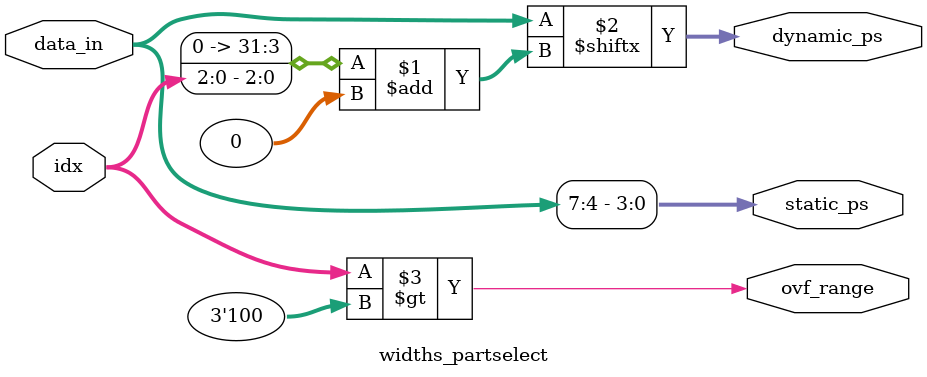
<source format=sv>


module widths_partselect (
    input  wire [15:0] data_in,
    input  wire [2:0]  idx,
    output wire [3:0]  static_ps,
    output wire [3:0]  dynamic_ps,
    output wire        ovf_range
);
    // bits [7:4]
    assign static_ps = data_in[7:4];

    // dynamic [idx +: 4], idx <= 12 required
    assign dynamic_ps = data_in[idx +: 4];

    // overflow if idx > 12
    assign ovf_range = (idx > 3'd12);
endmodule

</source>
